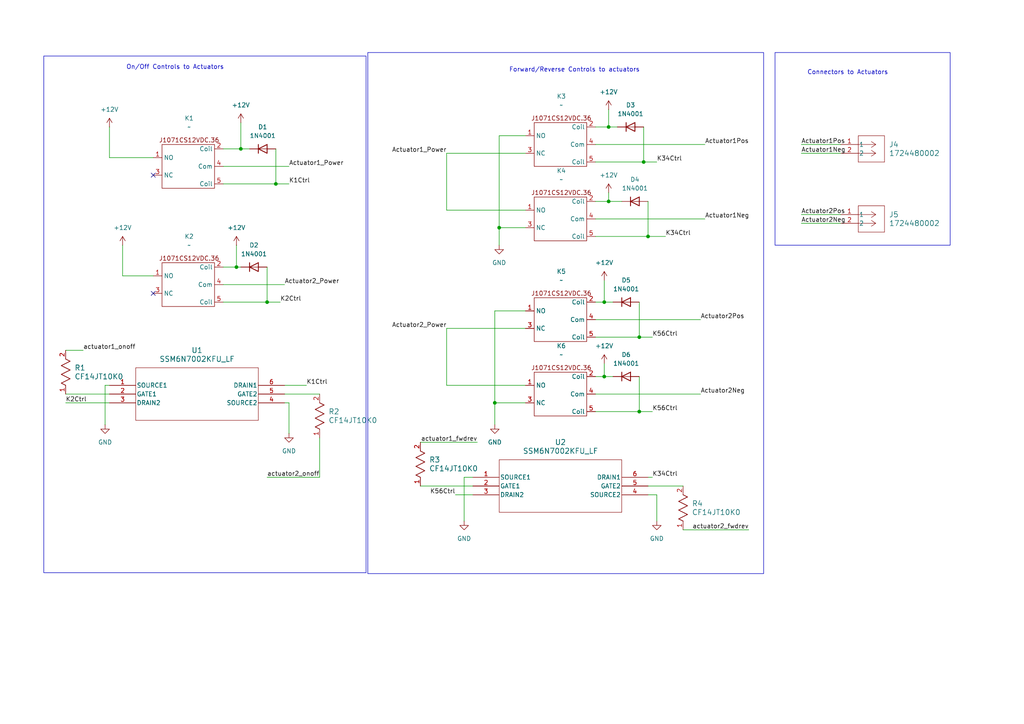
<source format=kicad_sch>
(kicad_sch (version 20250114) (generator "eeschema") (generator_version "9.0")
  (paper "A4")
  (lib_symbols
    (symbol "1724480002:1724480002" (pin_names (offset 0.254))
      (property "Reference" "J" (at 8.89 6.35 0))
      (property "Value" "1724480002" (at 0 0 0))
      (symbol "1724480002_1_1"
        (polyline (pts (xy 5.08 2.54) (xy 5.08 -5.08)) (stroke (width 0.127)))
        (polyline (pts (xy 5.08 -5.08) (xy 12.7 -5.08)) (stroke (width 0.127)))
        (polyline (pts (xy 10.16 0) (xy 5.08 0)) (stroke (width 0.127)))
        (polyline (pts (xy 10.16 0) (xy 8.89 0.8467)) (stroke (width 0.127)))
        (polyline (pts (xy 10.16 0) (xy 8.89 -0.8467)) (stroke (width 0.127)))
        (polyline (pts (xy 10.16 -2.54) (xy 5.08 -2.54)) (stroke (width 0.127)))
        (polyline (pts (xy 10.16 -2.54) (xy 8.89 -1.6933)) (stroke (width 0.127)))
        (polyline (pts (xy 10.16 -2.54) (xy 8.89 -3.3867)) (stroke (width 0.127)))
        (polyline (pts (xy 12.7 2.54) (xy 5.08 2.54)) (stroke (width 0.127)))
        (polyline (pts (xy 12.7 -5.08) (xy 12.7 2.54)) (stroke (width 0.127)))
        (pin unspecified line (at 0 0 0) (length 5.08) (name "1") (number "1"))
        (pin unspecified line (at 0 -2.54 0) (length 5.08) (name "2") (number "2"))
      )
      (symbol "1724480002_1_2"
        (polyline (pts (xy 5.08 2.54) (xy 5.08 -5.08)) (stroke (width 0.127)))
        (polyline (pts (xy 5.08 -5.08) (xy 12.7 -5.08)) (stroke (width 0.127)))
        (polyline (pts (xy 7.62 0) (xy 5.08 0)) (stroke (width 0.127)))
        (polyline (pts (xy 7.62 0) (xy 8.89 0.8467)) (stroke (width 0.127)))
        (polyline (pts (xy 7.62 0) (xy 8.89 -0.8467)) (stroke (width 0.127)))
        (polyline (pts (xy 7.62 -2.54) (xy 5.08 -2.54)) (stroke (width 0.127)))
        (polyline (pts (xy 7.62 -2.54) (xy 8.89 -1.6933)) (stroke (width 0.127)))
        (polyline (pts (xy 7.62 -2.54) (xy 8.89 -3.3867)) (stroke (width 0.127)))
        (polyline (pts (xy 12.7 2.54) (xy 5.08 2.54)) (stroke (width 0.127)))
        (polyline (pts (xy 12.7 -5.08) (xy 12.7 2.54)) (stroke (width 0.127)))
        (pin unspecified line (at 0 0 0) (length 5.08) (name "1") (number "1"))
        (pin unspecified line (at 0 -2.54 0) (length 5.08) (name "2") (number "2"))
      )
    )
    (symbol "CF14JT10K0:CF14JT10K0" (pin_names (offset 0.254))
      (property "Reference" "R" (at 5.715 3.81 0))
      (property "Value" "CF14JT10K0" (at 6.35 -3.81 0))
      (symbol "CF14JT10K0_1_1"
        (polyline (pts (xy 2.54 0) (xy 3.175 1.27)) (stroke (width 0.2032)))
        (polyline (pts (xy 3.175 1.27) (xy 4.445 -1.27)) (stroke (width 0.2032)))
        (polyline (pts (xy 4.445 -1.27) (xy 5.715 1.27)) (stroke (width 0.2032)))
        (polyline (pts (xy 5.715 1.27) (xy 6.985 -1.27)) (stroke (width 0.2032)))
        (polyline (pts (xy 6.985 -1.27) (xy 8.255 1.27)) (stroke (width 0.2032)))
        (polyline (pts (xy 8.255 1.27) (xy 9.525 -1.27)) (stroke (width 0.2032)))
        (polyline (pts (xy 9.525 -1.27) (xy 10.16 0)) (stroke (width 0.2032)))
        (pin unspecified line (at 0 0 0) (length 2.54) (name "") (number "1"))
        (pin unspecified line (at 12.7 0 180) (length 2.54) (name "") (number "2"))
      )
      (symbol "CF14JT10K0_1_2"
        (polyline (pts (xy -1.27 8.255) (xy 1.27 9.525)) (stroke (width 0.2032)))
        (polyline (pts (xy -1.27 5.715) (xy 1.27 6.985)) (stroke (width 0.2032)))
        (polyline (pts (xy -1.27 3.175) (xy 1.27 4.445)) (stroke (width 0.2032)))
        (polyline (pts (xy 0 2.54) (xy -1.27 3.175)) (stroke (width 0.2032)))
        (polyline (pts (xy 1.27 9.525) (xy 0 10.16)) (stroke (width 0.2032)))
        (polyline (pts (xy 1.27 6.985) (xy -1.27 8.255)) (stroke (width 0.2032)))
        (polyline (pts (xy 1.27 4.445) (xy -1.27 5.715)) (stroke (width 0.2032)))
        (pin unspecified line (at 0 12.7 270) (length 2.54) (name "") (number "1"))
        (pin unspecified line (at 0 0 90) (length 2.54) (name "") (number "2"))
      )
    )
    (symbol "Diode:1N4001" (pin_numbers (hide yes)) (pin_names (hide yes))
      (property "Reference" "D" (at 0 2.54 0))
      (property "Value" "1N4001" (at 0 -2.54 0))
      (symbol "1N4001_0_1"
        (polyline (pts (xy -1.27 1.27) (xy -1.27 -1.27)) (stroke (width 0.254)))
        (polyline (pts (xy 1.27 1.27) (xy 1.27 -1.27) (xy -1.27 0) (xy 1.27 1.27)) (stroke (width 0.254)))
        (polyline (pts (xy 1.27 0) (xy -1.27 0)))
      )
      (symbol "1N4001_1_1"
        (pin passive line (at -3.81 0 0) (length 2.54) (name "K") (number "1"))
        (pin passive line (at 3.81 0 180) (length 2.54) (name "A") (number "2"))
      )
    )
    (symbol "J1071CS12VDC.36:J1071CS12VDC.36"
      (property "Reference" "K" (at -6.096 -1.27 0))
      (symbol "J1071CS12VDC.36_0_1"
        (rectangle (start -3.81 -2.54) (end 11.43 -15.24))
      )
      (symbol "J1071CS12VDC.36_1_1"
        (text "J1071CS12VDC.36" (at 4.064 -1.27 0) (effects (font (size 1.27 1.27))))
        (pin output line (at -6.35 -6.35 0) (length 2.54) (name "NO") (number "1"))
        (pin output line (at -6.35 -11.43 0) (length 2.54) (name "NC") (number "3"))
        (pin input line (at 13.97 -3.81 180) (length 2.54) (name "Coil") (number "2"))
        (pin input line (at 13.97 -8.89 180) (length 2.54) (name "Com") (number "4"))
        (pin input line (at 13.97 -13.97 180) (length 2.54) (name "Coil") (number "5"))
      )
    )
    (symbol "SSM6N7002KFU,LF:SSM6N7002KFU_LF" (pin_names (offset 0.254))
      (property "Reference" "U" (at 25.4 10.16 0))
      (property "Value" "SSM6N7002KFU_LF" (at 25.4 7.62 0))
      (symbol "SSM6N7002KFU_LF_0_1"
        (polyline (pts (xy 7.62 5.08) (xy 7.62 -10.16)) (stroke (width 0.127)))
        (polyline (pts (xy 7.62 -10.16) (xy 43.18 -10.16)) (stroke (width 0.127)))
        (polyline (pts (xy 43.18 5.08) (xy 7.62 5.08)) (stroke (width 0.127)))
        (polyline (pts (xy 43.18 -10.16) (xy 43.18 5.08)) (stroke (width 0.127)))
        (pin unspecified line (at 0 0 0) (length 7.62) (name "SOURCE1") (number "1"))
        (pin unspecified line (at 0 -2.54 0) (length 7.62) (name "GATE1") (number "2"))
        (pin unspecified line (at 0 -5.08 0) (length 7.62) (name "DRAIN2") (number "3"))
        (pin unspecified line (at 50.8 0 180) (length 7.62) (name "DRAIN1") (number "6"))
        (pin unspecified line (at 50.8 -2.54 180) (length 7.62) (name "GATE2") (number "5"))
        (pin unspecified line (at 50.8 -5.08 180) (length 7.62) (name "SOURCE2") (number "4"))
      )
    )
    (symbol "power:+12V" (power) (pin_numbers (hide yes)) (pin_names (offset 0) (hide yes))
      (property "Value" "+12V" (at 0 3.556 0))
      (symbol "+12V_0_1"
        (polyline (pts (xy -0.762 1.27) (xy 0 2.54)))
        (polyline (pts (xy 0 2.54) (xy 0.762 1.27)))
        (polyline (pts (xy 0 0) (xy 0 2.54)))
      )
      (symbol "+12V_1_1"
        (pin power_in line (at 0 0 90) (length 0) (name "~") (number "1"))
      )
    )
    (symbol "power:GND" (power) (pin_numbers (hide yes)) (pin_names (offset 0) (hide yes))
      (property "Value" "GND" (at 0 -3.81 0))
      (symbol "GND_0_1"
        (polyline (pts (xy 0 0) (xy 0 -1.27) (xy 1.27 -1.27) (xy 0 -2.54) (xy -1.27 -1.27) (xy 0 -1.27)))
      )
      (symbol "GND_1_1"
        (pin power_in line (at 0 0 270) (length 0) (name "~") (number "1"))
      )
    )
  )
  (rectangle (start 106.68 15.24) (end 221.488 166.37))
  (rectangle (start 12.7 16.256) (end 106.172 166.116))
  (rectangle (start 224.79 15.24) (end 275.59 71.12))
  (text "Forward/Reverse Controls to actuators" (at 166.624 20.32 0) (effects (font (size 1.27 1.27))))
  (text "On/Off Controls to Actuators" (at 50.8 19.558 0) (effects (font (size 1.27 1.27))))
  (text "Connectors to Actuators\n" (at 245.872 21.082 0) (effects (font (size 1.27 1.27))))
  (junction (at 69.85 43.18))
  (junction (at 143.51 116.84))
  (junction (at 185.42 119.38))
  (junction (at 186.69 46.99))
  (junction (at 176.53 36.83))
  (junction (at 80.01 53.34))
  (junction (at 144.78 66.04))
  (junction (at 185.42 97.79))
  (junction (at 175.26 87.63))
  (junction (at 68.58 77.47))
  (junction (at 176.53 58.42))
  (junction (at 187.96 68.58))
  (junction (at 175.26 109.22))
  (junction (at 77.47 87.63))
  (no_connect (at 44.45 50.8))
  (no_connect (at 44.45 85.09))
  (wire (pts (xy 172.72 36.83) (xy 176.53 36.83)))
  (wire (pts (xy 31.75 45.72) (xy 44.45 45.72)))
  (wire (pts (xy 185.42 97.79) (xy 185.42 87.63)))
  (wire (pts (xy 232.41 64.77) (xy 243.84 64.77)))
  (wire (pts (xy 35.56 80.01) (xy 44.45 80.01)))
  (wire (pts (xy 64.77 53.34) (xy 80.01 53.34)))
  (wire (pts (xy 185.42 119.38) (xy 189.23 119.38)))
  (wire (pts (xy 19.05 114.3) (xy 31.75 114.3)))
  (wire (pts (xy 35.56 80.01) (xy 35.56 71.12)))
  (wire (pts (xy 232.41 62.23) (xy 243.84 62.23)))
  (wire (pts (xy 31.75 36.83) (xy 31.75 45.72)))
  (wire (pts (xy 204.47 63.5) (xy 172.72 63.5)))
  (wire (pts (xy 143.51 116.84) (xy 152.4 116.84)))
  (wire (pts (xy 176.53 36.83) (xy 179.07 36.83)))
  (wire (pts (xy 232.41 41.91) (xy 243.84 41.91)))
  (wire (pts (xy 190.5 46.99) (xy 186.69 46.99)))
  (wire (pts (xy 189.23 138.43) (xy 187.96 138.43)))
  (wire (pts (xy 175.26 105.41) (xy 175.26 109.22)))
  (wire (pts (xy 64.77 48.26) (xy 83.82 48.26)))
  (wire (pts (xy 187.96 68.58) (xy 187.96 58.42)))
  (wire (pts (xy 172.72 114.3) (xy 203.2 114.3)))
  (wire (pts (xy 143.51 90.17) (xy 143.51 116.84)))
  (wire (pts (xy 83.82 125.73) (xy 83.82 116.84)))
  (wire (pts (xy 172.72 41.91) (xy 204.47 41.91)))
  (wire (pts (xy 121.92 140.97) (xy 137.16 140.97)))
  (wire (pts (xy 92.71 138.43) (xy 92.71 127)))
  (wire (pts (xy 64.77 77.47) (xy 68.58 77.47)))
  (wire (pts (xy 232.41 44.45) (xy 243.84 44.45)))
  (wire (pts (xy 134.62 138.43) (xy 134.62 151.13)))
  (wire (pts (xy 121.92 128.27) (xy 138.43 128.27)))
  (wire (pts (xy 185.42 119.38) (xy 172.72 119.38)))
  (wire (pts (xy 31.75 116.84) (xy 19.05 116.84)))
  (wire (pts (xy 69.85 35.56) (xy 69.85 43.18)))
  (wire (pts (xy 129.54 60.96) (xy 152.4 60.96)))
  (wire (pts (xy 68.58 77.47) (xy 69.85 77.47)))
  (wire (pts (xy 175.26 81.28) (xy 175.26 87.63)))
  (wire (pts (xy 172.72 109.22) (xy 175.26 109.22)))
  (wire (pts (xy 144.78 66.04) (xy 144.78 39.37)))
  (wire (pts (xy 129.54 44.45) (xy 129.54 60.96)))
  (wire (pts (xy 172.72 46.99) (xy 186.69 46.99)))
  (wire (pts (xy 134.62 138.43) (xy 137.16 138.43)))
  (wire (pts (xy 152.4 95.25) (xy 129.54 95.25)))
  (wire (pts (xy 190.5 143.51) (xy 190.5 151.13)))
  (wire (pts (xy 77.47 138.43) (xy 92.71 138.43)))
  (wire (pts (xy 24.13 101.6) (xy 19.05 101.6)))
  (wire (pts (xy 144.78 39.37) (xy 152.4 39.37)))
  (wire (pts (xy 172.72 92.71) (xy 203.2 92.71)))
  (wire (pts (xy 189.23 97.79) (xy 185.42 97.79)))
  (wire (pts (xy 152.4 90.17) (xy 143.51 90.17)))
  (wire (pts (xy 187.96 68.58) (xy 172.72 68.58)))
  (wire (pts (xy 69.85 43.18) (xy 72.39 43.18)))
  (wire (pts (xy 31.75 111.76) (xy 30.48 111.76)))
  (wire (pts (xy 143.51 116.84) (xy 143.51 123.19)))
  (wire (pts (xy 83.82 116.84) (xy 82.55 116.84)))
  (wire (pts (xy 176.53 55.88) (xy 176.53 58.42)))
  (wire (pts (xy 176.53 31.75) (xy 176.53 36.83)))
  (wire (pts (xy 68.58 71.12) (xy 68.58 77.47)))
  (wire (pts (xy 81.28 87.63) (xy 77.47 87.63)))
  (wire (pts (xy 172.72 97.79) (xy 185.42 97.79)))
  (wire (pts (xy 175.26 109.22) (xy 177.8 109.22)))
  (wire (pts (xy 187.96 143.51) (xy 190.5 143.51)))
  (wire (pts (xy 186.69 36.83) (xy 186.69 46.99)))
  (wire (pts (xy 30.48 111.76) (xy 30.48 123.19)))
  (wire (pts (xy 132.08 143.51) (xy 137.16 143.51)))
  (wire (pts (xy 129.54 44.45) (xy 152.4 44.45)))
  (wire (pts (xy 176.53 58.42) (xy 180.34 58.42)))
  (wire (pts (xy 64.77 87.63) (xy 77.47 87.63)))
  (wire (pts (xy 80.01 53.34) (xy 83.82 53.34)))
  (wire (pts (xy 129.54 111.76) (xy 152.4 111.76)))
  (wire (pts (xy 144.78 66.04) (xy 152.4 66.04)))
  (wire (pts (xy 64.77 43.18) (xy 69.85 43.18)))
  (wire (pts (xy 77.47 87.63) (xy 77.47 77.47)))
  (wire (pts (xy 193.04 68.58) (xy 187.96 68.58)))
  (wire (pts (xy 187.96 140.97) (xy 198.12 140.97)))
  (wire (pts (xy 172.72 58.42) (xy 176.53 58.42)))
  (wire (pts (xy 175.26 87.63) (xy 177.8 87.63)))
  (wire (pts (xy 129.54 95.25) (xy 129.54 111.76)))
  (wire (pts (xy 88.9 111.76) (xy 82.55 111.76)))
  (wire (pts (xy 198.12 153.67) (xy 217.17 153.67)))
  (wire (pts (xy 185.42 109.22) (xy 185.42 119.38)))
  (wire (pts (xy 144.78 71.12) (xy 144.78 66.04)))
  (wire (pts (xy 80.01 53.34) (xy 80.01 43.18)))
  (wire (pts (xy 172.72 87.63) (xy 175.26 87.63)))
  (wire (pts (xy 82.55 114.3) (xy 92.71 114.3)))
  (wire (pts (xy 64.77 82.55) (xy 82.55 82.55)))
  (label "K56Ctrl" (at 132.08 143.51 180))
  (label "Actuator2_Power" (at 82.55 82.55 0))
  (label "actuator2_onoff" (at 77.47 138.43 0))
  (label "Actuator2Pos" (at 232.41 62.23 0))
  (label "actuator2_fwdrev" (at 217.17 153.67 180))
  (label "Actuator1Neg" (at 204.47 63.5 0))
  (label "K34Ctrl" (at 190.5 46.99 0))
  (label "Actuator2Neg" (at 232.41 64.77 0))
  (label "K1Ctrl" (at 83.82 53.34 0))
  (label "Actuator2Pos" (at 203.2 92.71 0))
  (label "Actuator2Neg" (at 203.2 114.3 0))
  (label "actuator1_fwdrev" (at 138.43 128.27 180))
  (label "Actuator1Pos" (at 232.41 41.91 0))
  (label "K56Ctrl" (at 189.23 97.79 0))
  (label "Actuator1Neg" (at 232.41 44.45 0))
  (label "K34Ctrl" (at 193.04 68.58 0))
  (label "actuator1_onoff" (at 24.13 101.6 0))
  (label "Actuator1_Power" (at 83.82 48.26 0))
  (label "Actuator1_Power" (at 129.54 44.45 180))
  (label "Actuator1Pos" (at 204.47 41.91 0))
  (label "Actuator2_Power" (at 129.54 95.25 180))
  (label "K56Ctrl" (at 189.23 119.38 0))
  (label "K34Ctrl" (at 189.23 138.43 0))
  (label "K2Ctrl" (at 19.05 116.84 0))
  (label "K1Ctrl" (at 88.9 111.76 0))
  (label "K2Ctrl" (at 81.28 87.63 0))
  (symbol (lib_id "CF14JT10K0:CF14JT10K0") (at 92.71 127 90) (unit 1)
    (property "Reference" "R2" (at 95.25 119.3799 90) (effects (font (size 1.524 1.524)) (justify right)))
    (property "Value" "CF14JT10K0" (at 95.25 121.9199 90) (effects (font (size 1.524 1.524)) (justify right)))
    (property "Footprint" "Custom:STA_CF14_STP" (effects (hide yes)))
    (property "Datasheet" "CF14JT10K0" (effects (hide yes)))
  )
  (symbol (lib_id "power:GND") (at 30.48 123.19 0) (unit 1)
    (property "Reference" "#PWR021" (effects (hide yes)))
    (property "Value" "GND" (at 30.48 128.27 0))
    (property "Description" "Power symbol creates a global label with name \"GND\" , ground" (effects (hide yes)))
  )
  (symbol (lib_id "1724480002:1724480002") (at 243.84 62.23 0) (unit 1)
    (property "Reference" "J5" (at 257.81 62.2299 0) (effects (font (size 1.524 1.524)) (justify left)))
    (property "Value" "1724480002" (at 257.81 64.7699 0) (effects (font (size 1.524 1.524)) (justify left)))
    (property "Footprint" "CONN_SD-172448-0000_02_MOL" (effects (hide yes)))
    (property "Datasheet" "https://www.molex.com/en-us/products/part-detail-pdf/1724480002?display=pdf" (effects (hide yes)))
  )
  (symbol (lib_id "SSM6N7002KFU,LF:SSM6N7002KFU_LF") (at 31.75 111.76 0) (unit 1)
    (property "Reference" "U1" (at 57.15 101.6 0) (effects (font (size 1.524 1.524))))
    (property "Value" "SSM6N7002KFU_LF" (at 57.15 104.14 0) (effects (font (size 1.524 1.524))))
    (property "Footprint" "Custom:SOT-363   US6_TOS" (effects (hide yes)))
    (property "Datasheet" "https://toshiba.semicon-storage.com/info/docget.jsp?did=30374&prodName=SSM6N7002KFU" (effects (hide yes)))
  )
  (symbol (lib_id "power:+12V") (at 35.56 71.12 0) (unit 1)
    (property "Reference" "#PWR023" (effects (hide yes)))
    (property "Value" "+12V" (at 35.56 66.04 0))
    (property "Description" "Power symbol creates a global label with name \"+12V\"" (effects (hide yes)))
  )
  (symbol (lib_id "Diode:1N4001") (at 73.66 77.47 0) (unit 1)
    (property "Reference" "D2" (at 73.66 71.12 0))
    (property "Value" "1N4001" (at 73.66 73.66 0))
    (property "Footprint" "Diode_THT:D_DO-41_SOD81_P10.16mm_Horizontal" (effects (hide yes)))
    (property "Datasheet" "http://www.vishay.com/docs/88503/1n4001.pdf" (effects (hide yes)))
    (property "Description" "50V 1A General Purpose Rectifier Diode, DO-41" (effects (hide yes)))
    (property "Sim.Device" "D" (effects (hide yes)))
    (property "Sim.Pins" "1=K 2=A" (effects (hide yes)))
  )
  (symbol (lib_id "power:+12V") (at 69.85 35.56 0) (unit 1)
    (property "Reference" "#PWR024" (effects (hide yes)))
    (property "Value" "+12V" (at 69.85 30.48 0))
    (property "Description" "Power symbol creates a global label with name \"+12V\"" (effects (hide yes)))
  )
  (symbol (lib_id "Diode:1N4001") (at 182.88 36.83 0) (unit 1)
    (property "Reference" "D3" (at 182.88 30.48 0))
    (property "Value" "1N4001" (at 182.88 33.02 0))
    (property "Footprint" "Diode_THT:D_DO-41_SOD81_P10.16mm_Horizontal" (effects (hide yes)))
    (property "Datasheet" "http://www.vishay.com/docs/88503/1n4001.pdf" (effects (hide yes)))
    (property "Description" "50V 1A General Purpose Rectifier Diode, DO-41" (effects (hide yes)))
    (property "Sim.Device" "D" (effects (hide yes)))
    (property "Sim.Pins" "1=K 2=A" (effects (hide yes)))
  )
  (symbol (lib_id "power:GND") (at 190.5 151.13 0) (unit 1)
    (property "Reference" "#PWR019" (effects (hide yes)))
    (property "Value" "GND" (at 190.5 156.21 0))
    (property "Description" "Power symbol creates a global label with name \"GND\" , ground" (effects (hide yes)))
  )
  (symbol (lib_id "J1071CS12VDC.36:J1071CS12VDC.36") (at 50.8 39.37 0) (unit 1)
    (property "Reference" "K1" (at 54.864 34.29 0))
    (property "Value" "~" (at 54.864 36.83 0))
    (property "Footprint" "J1071CS12VDC.36:J1071CS12VDC.36" (effects (hide yes)))
  )
  (symbol (lib_id "power:+12V") (at 176.53 55.88 0) (unit 1)
    (property "Reference" "#PWR030" (effects (hide yes)))
    (property "Value" "+12V" (at 176.53 50.8 0))
    (property "Description" "Power symbol creates a global label with name \"+12V\"" (effects (hide yes)))
  )
  (symbol (lib_id "SSM6N7002KFU,LF:SSM6N7002KFU_LF") (at 137.16 138.43 0) (unit 1)
    (property "Reference" "U2" (at 162.56 128.27 0) (effects (font (size 1.524 1.524))))
    (property "Value" "SSM6N7002KFU_LF" (at 162.56 130.81 0) (effects (font (size 1.524 1.524))))
    (property "Footprint" "Custom:SOT-363   US6_TOS" (effects (hide yes)))
    (property "Datasheet" "https://toshiba.semicon-storage.com/info/docget.jsp?did=30374&prodName=SSM6N7002KFU" (effects (hide yes)))
  )
  (symbol (lib_id "J1071CS12VDC.36:J1071CS12VDC.36") (at 158.75 54.61 0) (unit 1)
    (property "Reference" "K4" (at 162.814 49.53 0))
    (property "Value" "~" (at 162.814 52.07 0))
    (property "Footprint" "J1071CS12VDC.36:J1071CS12VDC.36" (effects (hide yes)))
  )
  (symbol (lib_id "power:GND") (at 143.51 123.19 0) (unit 1)
    (property "Reference" "#PWR027" (effects (hide yes)))
    (property "Value" "GND" (at 143.51 128.27 0))
    (property "Description" "Power symbol creates a global label with name \"GND\" , ground" (effects (hide yes)))
  )
  (symbol (lib_id "power:GND") (at 83.82 125.73 0) (unit 1)
    (property "Reference" "#PWR020" (effects (hide yes)))
    (property "Value" "GND" (at 83.82 130.81 0))
    (property "Description" "Power symbol creates a global label with name \"GND\" , ground" (effects (hide yes)))
  )
  (symbol (lib_id "Diode:1N4001") (at 181.61 87.63 0) (unit 1)
    (property "Reference" "D5" (at 181.61 81.28 0))
    (property "Value" "1N4001" (at 181.61 83.82 0))
    (property "Footprint" "Diode_THT:D_DO-41_SOD81_P10.16mm_Horizontal" (effects (hide yes)))
    (property "Datasheet" "http://www.vishay.com/docs/88503/1n4001.pdf" (effects (hide yes)))
    (property "Description" "50V 1A General Purpose Rectifier Diode, DO-41" (effects (hide yes)))
    (property "Sim.Device" "D" (effects (hide yes)))
    (property "Sim.Pins" "1=K 2=A" (effects (hide yes)))
  )
  (symbol (lib_id "J1071CS12VDC.36:J1071CS12VDC.36") (at 50.8 73.66 0) (unit 1)
    (property "Reference" "K2" (at 54.864 68.58 0))
    (property "Value" "~" (at 54.864 71.12 0))
    (property "Footprint" "J1071CS12VDC.36:J1071CS12VDC.36" (effects (hide yes)))
  )
  (symbol (lib_id "power:+12V") (at 176.53 31.75 0) (unit 1)
    (property "Reference" "#PWR028" (effects (hide yes)))
    (property "Value" "+12V" (at 176.53 26.67 0))
    (property "Description" "Power symbol creates a global label with name \"+12V\"" (effects (hide yes)))
  )
  (symbol (lib_id "Diode:1N4001") (at 181.61 109.22 0) (unit 1)
    (property "Reference" "D6" (at 181.61 102.87 0))
    (property "Value" "1N4001" (at 181.61 105.41 0))
    (property "Footprint" "Diode_THT:D_DO-41_SOD81_P10.16mm_Horizontal" (effects (hide yes)))
    (property "Datasheet" "http://www.vishay.com/docs/88503/1n4001.pdf" (effects (hide yes)))
    (property "Description" "50V 1A General Purpose Rectifier Diode, DO-41" (effects (hide yes)))
    (property "Sim.Device" "D" (effects (hide yes)))
    (property "Sim.Pins" "1=K 2=A" (effects (hide yes)))
  )
  (symbol (lib_id "power:GND") (at 134.62 151.13 0) (unit 1)
    (property "Reference" "#PWR017" (effects (hide yes)))
    (property "Value" "GND" (at 134.62 156.21 0))
    (property "Description" "Power symbol creates a global label with name \"GND\" , ground" (effects (hide yes)))
  )
  (symbol (lib_id "power:+12V") (at 31.75 36.83 0) (unit 1)
    (property "Reference" "#PWR022" (effects (hide yes)))
    (property "Value" "+12V" (at 31.75 31.75 0))
    (property "Description" "Power symbol creates a global label with name \"+12V\"" (effects (hide yes)))
  )
  (symbol (lib_id "CF14JT10K0:CF14JT10K0") (at 19.05 114.3 90) (unit 1)
    (property "Reference" "R1" (at 21.59 106.6799 90) (effects (font (size 1.524 1.524)) (justify right)))
    (property "Value" "CF14JT10K0" (at 21.59 109.2199 90) (effects (font (size 1.524 1.524)) (justify right)))
    (property "Footprint" "Custom:STA_CF14_STP" (effects (hide yes)))
    (property "Datasheet" "CF14JT10K0" (effects (hide yes)))
  )
  (symbol (lib_id "power:GND") (at 144.78 71.12 0) (unit 1)
    (property "Reference" "#PWR026" (effects (hide yes)))
    (property "Value" "GND" (at 144.78 76.2 0))
    (property "Description" "Power symbol creates a global label with name \"GND\" , ground" (effects (hide yes)))
  )
  (symbol (lib_id "power:+12V") (at 175.26 105.41 0) (unit 1)
    (property "Reference" "#PWR031" (effects (hide yes)))
    (property "Value" "+12V" (at 175.26 100.33 0))
    (property "Description" "Power symbol creates a global label with name \"+12V\"" (effects (hide yes)))
  )
  (symbol (lib_id "J1071CS12VDC.36:J1071CS12VDC.36") (at 158.75 105.41 0) (unit 1)
    (property "Reference" "K6" (at 162.814 100.33 0))
    (property "Value" "~" (at 162.814 102.87 0))
    (property "Footprint" "J1071CS12VDC.36:J1071CS12VDC.36" (effects (hide yes)))
  )
  (symbol (lib_id "power:+12V") (at 175.26 81.28 0) (unit 1)
    (property "Reference" "#PWR029" (effects (hide yes)))
    (property "Value" "+12V" (at 175.26 76.2 0))
    (property "Description" "Power symbol creates a global label with name \"+12V\"" (effects (hide yes)))
  )
  (symbol (lib_id "Diode:1N4001") (at 184.15 58.42 0) (unit 1)
    (property "Reference" "D4" (at 184.15 52.07 0))
    (property "Value" "1N4001" (at 184.15 54.61 0))
    (property "Footprint" "Diode_THT:D_DO-41_SOD81_P10.16mm_Horizontal" (effects (hide yes)))
    (property "Datasheet" "http://www.vishay.com/docs/88503/1n4001.pdf" (effects (hide yes)))
    (property "Description" "50V 1A General Purpose Rectifier Diode, DO-41" (effects (hide yes)))
    (property "Sim.Device" "D" (effects (hide yes)))
    (property "Sim.Pins" "1=K 2=A" (effects (hide yes)))
  )
  (symbol (lib_id "J1071CS12VDC.36:J1071CS12VDC.36") (at 158.75 33.02 0) (unit 1)
    (property "Reference" "K3" (at 162.814 27.94 0))
    (property "Value" "~" (at 162.814 30.48 0))
    (property "Footprint" "J1071CS12VDC.36:J1071CS12VDC.36" (effects (hide yes)))
  )
  (symbol (lib_id "CF14JT10K0:CF14JT10K0") (at 198.12 153.67 90) (unit 1)
    (property "Reference" "R4" (at 200.66 146.0499 90) (effects (font (size 1.524 1.524)) (justify right)))
    (property "Value" "CF14JT10K0" (at 200.66 148.5899 90) (effects (font (size 1.524 1.524)) (justify right)))
    (property "Footprint" "Custom:STA_CF14_STP" (effects (hide yes)))
    (property "Datasheet" "CF14JT10K0" (effects (hide yes)))
  )
  (symbol (lib_id "CF14JT10K0:CF14JT10K0") (at 121.92 140.97 90) (unit 1)
    (property "Reference" "R3" (at 124.46 133.3499 90) (effects (font (size 1.524 1.524)) (justify right)))
    (property "Value" "CF14JT10K0" (at 124.46 135.8899 90) (effects (font (size 1.524 1.524)) (justify right)))
    (property "Footprint" "Custom:STA_CF14_STP" (effects (hide yes)))
    (property "Datasheet" "CF14JT10K0" (effects (hide yes)))
  )
  (symbol (lib_id "Diode:1N4001") (at 76.2 43.18 0) (unit 1)
    (property "Reference" "D1" (at 76.2 36.83 0))
    (property "Value" "1N4001" (at 76.2 39.37 0))
    (property "Footprint" "Diode_THT:D_DO-41_SOD81_P10.16mm_Horizontal" (effects (hide yes)))
    (property "Datasheet" "http://www.vishay.com/docs/88503/1n4001.pdf" (effects (hide yes)))
    (property "Description" "50V 1A General Purpose Rectifier Diode, DO-41" (effects (hide yes)))
    (property "Sim.Device" "D" (effects (hide yes)))
    (property "Sim.Pins" "1=K 2=A" (effects (hide yes)))
  )
  (symbol (lib_id "J1071CS12VDC.36:J1071CS12VDC.36") (at 158.75 83.82 0) (unit 1)
    (property "Reference" "K5" (at 162.814 78.74 0))
    (property "Value" "~" (at 162.814 81.28 0))
    (property "Footprint" "J1071CS12VDC.36:J1071CS12VDC.36" (effects (hide yes)))
  )
  (symbol (lib_id "1724480002:1724480002") (at 243.84 41.91 0) (unit 1)
    (property "Reference" "J4" (at 257.81 41.9099 0) (effects (font (size 1.524 1.524)) (justify left)))
    (property "Value" "1724480002" (at 257.81 44.4499 0) (effects (font (size 1.524 1.524)) (justify left)))
    (property "Footprint" "Custom:CONN_SD-172448-0000_02_MOL" (effects (hide yes)))
    (property "Datasheet" "https://www.molex.com/en-us/products/part-detail-pdf/1724480002?display=pdf" (effects (hide yes)))
  )
  (symbol (lib_id "power:+12V") (at 68.58 71.12 0) (unit 1)
    (property "Reference" "#PWR025" (effects (hide yes)))
    (property "Value" "+12V" (at 68.58 66.04 0))
    (property "Description" "Power symbol creates a global label with name \"+12V\"" (effects (hide yes)))
  )
)
</source>
